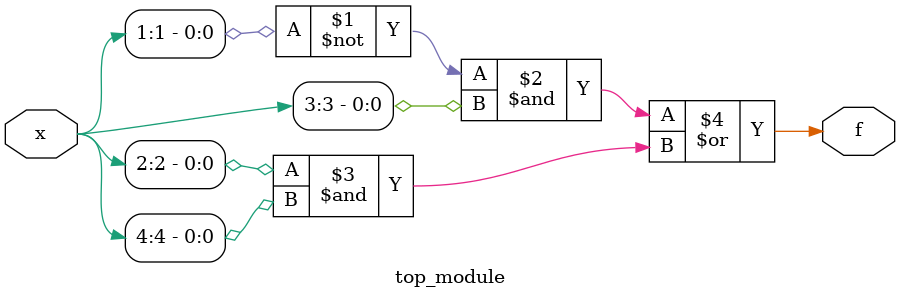
<source format=v>
module top_module (
    input [4:1] x, 
    output f );
    
    assign f = (~x[1] & x[3]) | (x[2] & x[4]);

endmodule
</source>
